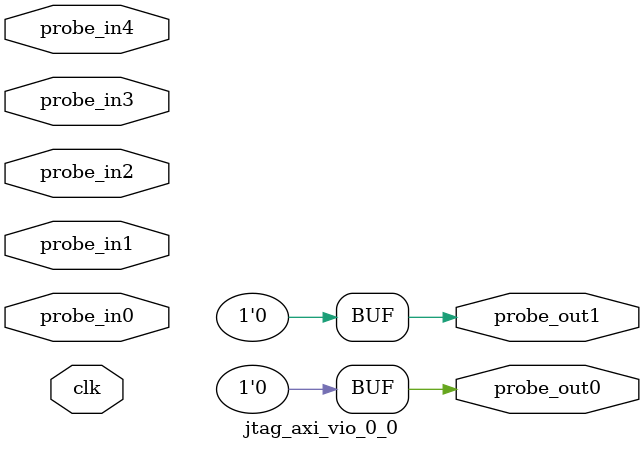
<source format=v>
`timescale 1ns / 1ps
module jtag_axi_vio_0_0 (
clk,
probe_in0,probe_in1,probe_in2,probe_in3,probe_in4,
probe_out0,
probe_out1
);

input clk;
input [0 : 0] probe_in0;
input [0 : 0] probe_in1;
input [0 : 0] probe_in2;
input [0 : 0] probe_in3;
input [0 : 0] probe_in4;

output reg [0 : 0] probe_out0 = 'h0 ;
output reg [0 : 0] probe_out1 = 'h0 ;


endmodule

</source>
